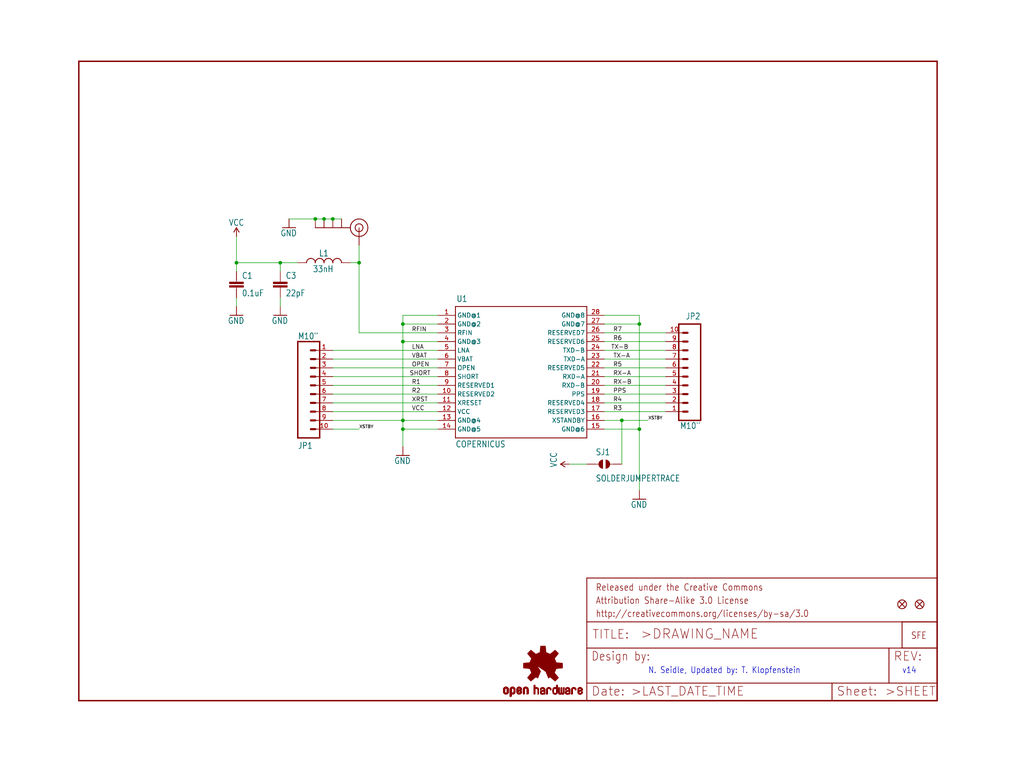
<source format=kicad_sch>
(kicad_sch (version 20211123) (generator eeschema)
  (paper "User" 297.002 223.926)
  (lib_symbols
    (symbol "eagleSchem-eagle-import:CAP0603-CAP"
      (property "Reference" "C" (at 1.524 2.921 0))
      (property "Value" "CAP0603-CAP" (at 1.524 -2.159 0))
      (symbol "CAP0603-CAP_1_0"
        (pin passive line (at 0 5.08 270) (length 2.54) (name "1") (number "1"))
        (pin passive line (at 0 -2.54 90) (length 2.54) (name "2") (number "2"))
      )
    )
    (symbol "eagleSchem-eagle-import:COPERNICUSSMD"
      (property "Reference" "IC" (at 12.7 -43.18 0))
      (property "Value" "COPERNICUSSMD" (at 12.7 2.54 0))
      (symbol "COPERNICUSSMD_1_0"
        (pin bidirectional line (at -5.08 -2.54 0) (length 5.08) (name "GND@1") (number "1"))
        (pin bidirectional line (at -5.08 -25.4 0) (length 5.08) (name "RESERVED2") (number "10"))
        (pin bidirectional line (at -5.08 -27.94 0) (length 5.08) (name "XRESET") (number "11"))
        (pin bidirectional line (at -5.08 -30.48 0) (length 5.08) (name "VCC") (number "12"))
        (pin bidirectional line (at -5.08 -33.02 0) (length 5.08) (name "GND@4") (number "13"))
        (pin bidirectional line (at -5.08 -35.56 0) (length 5.08) (name "GND@5") (number "14"))
        (pin bidirectional line (at 43.18 -35.56 180) (length 5.08) (name "GND@6") (number "15"))
        (pin bidirectional line (at 43.18 -33.02 180) (length 5.08) (name "XSTANDBY") (number "16"))
        (pin bidirectional line (at 43.18 -30.48 180) (length 5.08) (name "RESERVED3") (number "17"))
        (pin bidirectional line (at 43.18 -27.94 180) (length 5.08) (name "RESERVED4") (number "18"))
        (pin bidirectional line (at 43.18 -25.4 180) (length 5.08) (name "PPS") (number "19"))
        (pin bidirectional line (at -5.08 -5.08 0) (length 5.08) (name "GND@2") (number "2"))
        (pin bidirectional line (at 43.18 -22.86 180) (length 5.08) (name "RXD-B") (number "20"))
        (pin bidirectional line (at 43.18 -20.32 180) (length 5.08) (name "RXD-A") (number "21"))
        (pin bidirectional line (at 43.18 -17.78 180) (length 5.08) (name "RESERVED5") (number "22"))
        (pin bidirectional line (at 43.18 -15.24 180) (length 5.08) (name "TXD-A") (number "23"))
        (pin bidirectional line (at 43.18 -12.7 180) (length 5.08) (name "TXD-B") (number "24"))
        (pin bidirectional line (at 43.18 -10.16 180) (length 5.08) (name "RESERVED6") (number "25"))
        (pin bidirectional line (at 43.18 -7.62 180) (length 5.08) (name "RESERVED7") (number "26"))
        (pin bidirectional line (at 43.18 -5.08 180) (length 5.08) (name "GND@7") (number "27"))
        (pin bidirectional line (at 43.18 -2.54 180) (length 5.08) (name "GND@8") (number "28"))
        (pin bidirectional line (at -5.08 -7.62 0) (length 5.08) (name "RFIN") (number "3"))
        (pin bidirectional line (at -5.08 -10.16 0) (length 5.08) (name "GND@3") (number "4"))
        (pin bidirectional line (at -5.08 -12.7 0) (length 5.08) (name "LNA") (number "5"))
        (pin bidirectional line (at -5.08 -15.24 0) (length 5.08) (name "VBAT") (number "6"))
        (pin bidirectional line (at -5.08 -17.78 0) (length 5.08) (name "OPEN") (number "7"))
        (pin bidirectional line (at -5.08 -20.32 0) (length 5.08) (name "SHORT") (number "8"))
        (pin bidirectional line (at -5.08 -22.86 0) (length 5.08) (name "RESERVED1") (number "9"))
      )
    )
    (symbol "eagleSchem-eagle-import:FIDUCIAL1X2")
    (symbol "eagleSchem-eagle-import:FRAME-LETTER"
      (symbol "FRAME-LETTER_2_0"
        (text ">DRAWING_NAME" (at 15.494 17.78 0) (effects (font (size 2.7432 2.7432)) (justify left bottom)))
        (text ">LAST_DATE_TIME" (at 12.7 1.27 0) (effects (font (size 2.54 2.54)) (justify left bottom)))
        (text ">SHEET" (at 86.36 1.27 0) (effects (font (size 2.54 2.54)) (justify left bottom)))
        (text "Attribution Share-Alike 3.0 License" (at 2.54 27.94 0) (effects (font (size 1.9304 1.6408)) (justify left bottom)))
        (text "Date:" (at 1.27 1.27 0) (effects (font (size 2.54 2.54)) (justify left bottom)))
        (text "Design by:" (at 1.27 11.43 0) (effects (font (size 2.54 2.159)) (justify left bottom)))
        (text "http://creativecommons.org/licenses/by-sa/3.0" (at 2.54 24.13 0) (effects (font (size 1.9304 1.6408)) (justify left bottom)))
        (text "Released under the Creative Commons" (at 2.54 31.75 0) (effects (font (size 1.9304 1.6408)) (justify left bottom)))
        (text "REV:" (at 88.9 11.43 0) (effects (font (size 2.54 2.54)) (justify left bottom)))
        (text "Sheet:" (at 72.39 1.27 0) (effects (font (size 2.54 2.54)) (justify left bottom)))
        (text "TITLE:" (at 1.524 17.78 0) (effects (font (size 2.54 2.54)) (justify left bottom)))
      )
    )
    (symbol "eagleSchem-eagle-import:GND" (power)
      (property "Value" "GND" (at -2.54 -2.54 0))
      (symbol "GND_1_0"
        (pin power_in line (at 0 2.54 270) (length 2.54) (name "GND") (number "1"))
      )
    )
    (symbol "eagleSchem-eagle-import:INDUCTOR0603"
      (property "Reference" "L" (at 2.54 5.08 0))
      (property "Value" "INDUCTOR0603" (at 2.54 -5.08 0))
      (symbol "INDUCTOR0603_1_0"
        (pin passive line (at 0 7.62 270) (length 2.54) (name "1") (number "1"))
        (pin passive line (at 0 -7.62 90) (length 2.54) (name "2") (number "2"))
      )
    )
    (symbol "eagleSchem-eagle-import:LOGO-SFESK"
      (symbol "LOGO-SFESK_1_0"
        (text "SFE" (at 0 0 0) (effects (font (size 1.9304 1.6408)) (justify left bottom)))
      )
    )
    (symbol "eagleSchem-eagle-import:M10{dblquote}"
      (property "Reference" "JP" (at 0 8.89 0))
      (property "Value" "M10{dblquote}" (at 0 -22.86 0))
      (symbol "M10{dblquote}_1_0"
        (pin passive line (at 10.16 -17.78 180) (length 5.08) (name "1") (number "1"))
        (pin passive line (at 10.16 5.08 180) (length 5.08) (name "10") (number "10"))
        (pin passive line (at 10.16 -15.24 180) (length 5.08) (name "2") (number "2"))
        (pin passive line (at 10.16 -12.7 180) (length 5.08) (name "3") (number "3"))
        (pin passive line (at 10.16 -10.16 180) (length 5.08) (name "4") (number "4"))
        (pin passive line (at 10.16 -7.62 180) (length 5.08) (name "5") (number "5"))
        (pin passive line (at 10.16 -5.08 180) (length 5.08) (name "6") (number "6"))
        (pin passive line (at 10.16 -2.54 180) (length 5.08) (name "7") (number "7"))
        (pin passive line (at 10.16 0 180) (length 5.08) (name "8") (number "8"))
        (pin passive line (at 10.16 2.54 180) (length 5.08) (name "9") (number "9"))
      )
    )
    (symbol "eagleSchem-eagle-import:OSHW-LOGOS")
    (symbol "eagleSchem-eagle-import:SMA_EDGE"
      (symbol "SMA_EDGE_1_0"
        (pin bidirectional line (at -2.54 -5.08 0) (length 2.54) (name "GND@0") (number "GND@0"))
        (pin bidirectional line (at -2.54 -7.62 0) (length 2.54) (name "GND@1") (number "GND@1"))
        (pin bidirectional line (at -2.54 -10.16 0) (length 2.54) (name "GND@2") (number "GND@2"))
        (pin bidirectional line (at -2.54 -12.7 0) (length 2.54) (name "GND@3") (number "GND@3"))
        (pin bidirectional line (at 5.08 0 180) (length 5.08) (name "SIGNAL") (number "SIG"))
      )
    )
    (symbol "eagleSchem-eagle-import:SOLDERJUMPERTRACE"
      (property "Reference" "SJ" (at -2.54 2.54 0))
      (property "Value" "SOLDERJUMPERTRACE" (at -2.54 -5.08 0))
      (symbol "SOLDERJUMPERTRACE_1_0"
        (pin passive line (at -5.08 0 0) (length 2.54) (name "1") (number "1"))
        (pin passive line (at 5.08 0 180) (length 2.54) (name "2") (number "2"))
      )
    )
    (symbol "eagleSchem-eagle-import:VCC" (power)
      (property "Value" "VCC" (at -1.016 3.556 0))
      (symbol "VCC_1_0"
        (pin power_in line (at 0 0 90) (length 2.54) (name "VCC") (number "1"))
      )
    )
  )
  (junction (at 180.34 121.92))
  (junction (at 104.14 76.2))
  (junction (at 116.84 121.92))
  (junction (at 81.28 76.2))
  (junction (at 116.84 93.98))
  (junction (at 93.98 63.5))
  (junction (at 68.58 76.2))
  (junction (at 91.44 63.5))
  (junction (at 116.84 99.06))
  (junction (at 96.52 63.5))
  (junction (at 185.42 93.98))
  (junction (at 116.84 124.46))
  (junction (at 185.42 124.46))
  (wire (pts (xy 193.04 109.22) (xy 175.26 109.22)))
  (wire (pts (xy 127 96.52) (xy 104.14 96.52)))
  (wire (pts (xy 68.58 76.2) (xy 68.58 68.58)))
  (wire (pts (xy 187.96 121.92) (xy 180.34 121.92)))
  (wire (pts (xy 127 109.22) (xy 96.52 109.22)))
  (wire (pts (xy 81.28 78.74) (xy 81.28 76.2)))
  (wire (pts (xy 116.84 124.46) (xy 127 124.46)))
  (wire (pts (xy 127 116.84) (xy 96.52 116.84)))
  (wire (pts (xy 68.58 88.9) (xy 68.58 86.36)))
  (wire (pts (xy 127 119.38) (xy 96.52 119.38)))
  (wire (pts (xy 116.84 121.92) (xy 116.84 124.46)))
  (wire (pts (xy 127 104.14) (xy 96.52 104.14)))
  (wire (pts (xy 165.1 134.62) (xy 170.18 134.62)))
  (wire (pts (xy 104.14 76.2) (xy 104.14 71.12)))
  (wire (pts (xy 180.34 121.92) (xy 175.26 121.92)))
  (wire (pts (xy 81.28 76.2) (xy 68.58 76.2)))
  (wire (pts (xy 193.04 114.3) (xy 175.26 114.3)))
  (wire (pts (xy 180.34 121.92) (xy 180.34 134.62)))
  (wire (pts (xy 127 101.6) (xy 96.52 101.6)))
  (wire (pts (xy 127 106.68) (xy 96.52 106.68)))
  (wire (pts (xy 116.84 121.92) (xy 96.52 121.92)))
  (wire (pts (xy 127 93.98) (xy 116.84 93.98)))
  (wire (pts (xy 93.98 63.5) (xy 91.44 63.5)))
  (wire (pts (xy 96.52 63.5) (xy 93.98 63.5)))
  (wire (pts (xy 185.42 93.98) (xy 175.26 93.98)))
  (wire (pts (xy 127 114.3) (xy 96.52 114.3)))
  (wire (pts (xy 81.28 88.9) (xy 81.28 86.36)))
  (wire (pts (xy 99.06 63.5) (xy 96.52 63.5)))
  (wire (pts (xy 116.84 124.46) (xy 116.84 129.54)))
  (wire (pts (xy 185.42 93.98) (xy 185.42 124.46)))
  (wire (pts (xy 193.04 116.84) (xy 175.26 116.84)))
  (wire (pts (xy 96.52 124.46) (xy 104.14 124.46)))
  (wire (pts (xy 116.84 99.06) (xy 116.84 121.92)))
  (wire (pts (xy 185.42 91.44) (xy 185.42 93.98)))
  (wire (pts (xy 193.04 119.38) (xy 175.26 119.38)))
  (wire (pts (xy 91.44 63.5) (xy 83.82 63.5)))
  (wire (pts (xy 185.42 124.46) (xy 175.26 124.46)))
  (wire (pts (xy 101.6 76.2) (xy 104.14 76.2)))
  (wire (pts (xy 68.58 78.74) (xy 68.58 76.2)))
  (wire (pts (xy 116.84 99.06) (xy 127 99.06)))
  (wire (pts (xy 127 111.76) (xy 96.52 111.76)))
  (wire (pts (xy 193.04 96.52) (xy 175.26 96.52)))
  (wire (pts (xy 193.04 104.14) (xy 175.26 104.14)))
  (wire (pts (xy 193.04 99.06) (xy 175.26 99.06)))
  (wire (pts (xy 185.42 91.44) (xy 175.26 91.44)))
  (wire (pts (xy 193.04 106.68) (xy 175.26 106.68)))
  (wire (pts (xy 116.84 93.98) (xy 116.84 99.06)))
  (wire (pts (xy 193.04 101.6) (xy 175.26 101.6)))
  (wire (pts (xy 127 121.92) (xy 116.84 121.92)))
  (wire (pts (xy 193.04 111.76) (xy 175.26 111.76)))
  (wire (pts (xy 86.36 76.2) (xy 81.28 76.2)))
  (wire (pts (xy 185.42 124.46) (xy 185.42 142.24)))
  (wire (pts (xy 104.14 96.52) (xy 104.14 76.2)))
  (wire (pts (xy 116.84 91.44) (xy 116.84 93.98)))
  (wire (pts (xy 116.84 91.44) (xy 127 91.44)))
  (text "v14" (at 261.62 195.58 180) (effects (font (size 1.778 1.5113)) (justify left bottom)))
  (text "N. Seidle, Updated by: T. Klopfenstein" (at 187.96 195.58 180) (effects (font (size 1.778 1.5113)) (justify left bottom)))
  (label "OPEN" (at 119.38 106.68 0) (effects (font (size 1.2446 1.2446))))
  (label "TX-B" (at 177.165 101.6 0) (effects (font (size 1.2446 1.2446))))
  (label "R4" (at 177.8 116.84 0) (effects (font (size 1.2446 1.2446))))
  (label "VBAT" (at 119.38 104.14 0) (effects (font (size 1.2446 1.2446))))
  (label "RFIN" (at 119.38 96.52 0) (effects (font (size 1.2446 1.2446))))
  (label "SHORT" (at 118.745 109.22 0) (effects (font (size 1.2446 1.2446))))
  (label "R6" (at 177.8 99.06 0) (effects (font (size 1.2446 1.2446))))
  (label "RX-A" (at 177.8 109.22 0) (effects (font (size 1.2446 1.2446))))
  (label "R3" (at 177.8 119.38 0) (effects (font (size 1.2446 1.2446))))
  (label "R5" (at 177.8 106.68 0) (effects (font (size 1.2446 1.2446))))
  (label "R1" (at 119.38 111.76 0) (effects (font (size 1.2446 1.2446))))
  (label "LNA" (at 119.38 101.6 0) (effects (font (size 1.2446 1.2446))))
  (label "RX-B" (at 177.8 111.76 0) (effects (font (size 1.2446 1.2446))))
  (label "XRST" (at 119.38 116.84 0) (effects (font (size 1.2446 1.2446))))
  (label "R2" (at 119.38 114.3 0) (effects (font (size 1.2446 1.2446))))
  (label "XSTBY" (at 104.14 124.46 0) (effects (font (size 0.889 0.889))))
  (label "XSTBY" (at 187.96 121.92 0) (effects (font (size 0.889 0.889))))
  (label "R7" (at 177.8 96.52 0) (effects (font (size 1.2446 1.2446))))
  (label "PPS" (at 177.8 114.3 0) (effects (font (size 1.2446 1.2446))))
  (label "TX-A" (at 177.8 104.14 0) (effects (font (size 1.2446 1.2446))))
  (label "VCC" (at 119.38 119.38 0) (effects (font (size 1.2446 1.2446))))
  (symbol (lib_id "eagleSchem-eagle-import:GND") (at 83.82 66.04 0) (unit 1)
    (property "Reference" "#GND11" (effects hide))
    (property "Value" "GND" (at 81.28 68.58 0) (effects (font (size 1.778 1.5113)) (justify left bottom)))
    (property "Footprint" "eagleSchem:" (effects hide))
  )
  (symbol (lib_id "eagleSchem-eagle-import:VCC") (at 68.58 68.58 0) (unit 1)
    (property "Reference" "#3.3V1" (effects hide))
    (property "Value" "VCC" (at 66.294 65.532 0) (effects (font (size 1.778 1.5113)) (justify left bottom)))
    (property "Footprint" "eagleSchem:" (effects hide))
  )
  (symbol (lib_id "eagleSchem-eagle-import:FIDUCIAL1X2") (at 261.62 175.26 0) (unit 1)
    (property "Reference" "U$3" (effects hide))
    (property "Value" "FIDUCIAL1X2" (effects hide))
    (property "Footprint" "eagleSchem:FIDUCIAL-1X2" (effects hide))
  )
  (symbol (lib_id "eagleSchem-eagle-import:VCC") (at 165.1 134.62 90) (unit 1)
    (property "Reference" "#P+1" (effects hide))
    (property "Value" "VCC" (at 161.544 135.636 0) (effects (font (size 1.778 1.5113)) (justify left bottom)))
    (property "Footprint" "eagleSchem:" (effects hide))
  )
  (symbol (lib_id "eagleSchem-eagle-import:GND") (at 81.28 91.44 0) (unit 1)
    (property "Reference" "#GND10" (effects hide))
    (property "Value" "GND" (at 78.74 93.98 0) (effects (font (size 1.778 1.5113)) (justify left bottom)))
    (property "Footprint" "eagleSchem:" (effects hide))
  )
  (symbol (lib_id "eagleSchem-eagle-import:FRAME-LETTER") (at 22.86 203.2 0) (unit 1)
    (property "Reference" "FRAME1" (effects hide))
    (property "Value" "FRAME-LETTER" (effects hide))
    (property "Footprint" "eagleSchem:CREATIVE_COMMONS" (effects hide))
  )
  (symbol (lib_id "eagleSchem-eagle-import:CAP0603-CAP") (at 81.28 83.82 0) (unit 1)
    (property "Reference" "C3" (at 82.804 80.899 0) (effects (font (size 1.778 1.5113)) (justify left bottom)))
    (property "Value" "22pF" (at 82.804 85.979 0) (effects (font (size 1.778 1.5113)) (justify left bottom)))
    (property "Footprint" "eagleSchem:0603-CAP" (effects hide))
  )
  (symbol (lib_id "eagleSchem-eagle-import:OSHW-LOGOS") (at 157.48 193.04 0) (unit 1)
    (property "Reference" "U$1" (effects hide))
    (property "Value" "OSHW-LOGOS" (effects hide))
    (property "Footprint" "eagleSchem:OSHW-LOGO-S" (effects hide))
  )
  (symbol (lib_id "eagleSchem-eagle-import:SMA_EDGE") (at 104.14 66.04 270) (unit 1)
    (property "Reference" "JP3" (effects hide))
    (property "Value" "SMA_EDGE" (effects hide))
    (property "Footprint" "eagleSchem:SMA_EDGE" (effects hide))
  )
  (symbol (lib_id "eagleSchem-eagle-import:CAP0603-CAP") (at 68.58 83.82 0) (unit 1)
    (property "Reference" "C1" (at 70.104 80.899 0) (effects (font (size 1.778 1.5113)) (justify left bottom)))
    (property "Value" "0.1uF" (at 70.104 85.979 0) (effects (font (size 1.778 1.5113)) (justify left bottom)))
    (property "Footprint" "eagleSchem:0603-CAP" (effects hide))
  )
  (symbol (lib_id "eagleSchem-eagle-import:FIDUCIAL1X2") (at 266.7 175.26 0) (unit 1)
    (property "Reference" "U$2" (effects hide))
    (property "Value" "FIDUCIAL1X2" (effects hide))
    (property "Footprint" "eagleSchem:FIDUCIAL-1X2" (effects hide))
  )
  (symbol (lib_id "eagleSchem-eagle-import:SOLDERJUMPERTRACE") (at 175.26 134.62 0) (unit 1)
    (property "Reference" "SJ1" (at 172.72 132.08 0) (effects (font (size 1.778 1.5113)) (justify left bottom)))
    (property "Value" "SOLDERJUMPERTRACE" (at 172.72 139.7 0) (effects (font (size 1.778 1.5113)) (justify left bottom)))
    (property "Footprint" "eagleSchem:SJ_2S-TRACE" (effects hide))
  )
  (symbol (lib_id "eagleSchem-eagle-import:M10{dblquote}") (at 203.2 101.6 0) (mirror y) (unit 1)
    (property "Reference" "JP2" (at 203.2 92.71 0) (effects (font (size 1.778 1.5113)) (justify left bottom)))
    (property "Value" "M10{dblquote}" (at 203.2 124.46 0) (effects (font (size 1.778 1.5113)) (justify left bottom)))
    (property "Footprint" "eagleSchem:1X10" (effects hide))
  )
  (symbol (lib_id "eagleSchem-eagle-import:GND") (at 116.84 132.08 0) (unit 1)
    (property "Reference" "#GND2" (effects hide))
    (property "Value" "GND" (at 114.3 134.62 0) (effects (font (size 1.778 1.5113)) (justify left bottom)))
    (property "Footprint" "eagleSchem:" (effects hide))
  )
  (symbol (lib_id "eagleSchem-eagle-import:LOGO-SFESK") (at 264.16 185.42 0) (unit 1)
    (property "Reference" "JP4" (effects hide))
    (property "Value" "LOGO-SFESK" (effects hide))
    (property "Footprint" "eagleSchem:SFE-LOGO-FLAME" (effects hide))
  )
  (symbol (lib_id "eagleSchem-eagle-import:INDUCTOR0603") (at 93.98 76.2 90) (unit 1)
    (property "Reference" "L1" (at 92.456 74.422 90) (effects (font (size 1.778 1.5113)) (justify right top)))
    (property "Value" "33nH" (at 90.678 78.994 90) (effects (font (size 1.778 1.5113)) (justify right top)))
    (property "Footprint" "eagleSchem:0603" (effects hide))
  )
  (symbol (lib_id "eagleSchem-eagle-import:COPERNICUSSMD") (at 132.08 88.9 0) (unit 1)
    (property "Reference" "U1" (at 132.334 87.63 0) (effects (font (size 1.778 1.5113)) (justify left bottom)))
    (property "Value" "COPERNICUS" (at 132.08 129.794 0) (effects (font (size 1.778 1.5113)) (justify left bottom)))
    (property "Footprint" "eagleSchem:COPERNICUS" (effects hide))
  )
  (symbol (lib_id "eagleSchem-eagle-import:GND") (at 68.58 91.44 0) (unit 1)
    (property "Reference" "#GND9" (effects hide))
    (property "Value" "GND" (at 66.04 93.98 0) (effects (font (size 1.778 1.5113)) (justify left bottom)))
    (property "Footprint" "eagleSchem:" (effects hide))
  )
  (symbol (lib_id "eagleSchem-eagle-import:M10{dblquote}") (at 86.36 119.38 0) (mirror x) (unit 1)
    (property "Reference" "JP1" (at 86.36 128.27 0) (effects (font (size 1.778 1.5113)) (justify left bottom)))
    (property "Value" "M10{dblquote}" (at 86.36 96.52 0) (effects (font (size 1.778 1.5113)) (justify left bottom)))
    (property "Footprint" "eagleSchem:1X10" (effects hide))
  )
  (symbol (lib_id "eagleSchem-eagle-import:GND") (at 185.42 144.78 0) (unit 1)
    (property "Reference" "#GND1" (effects hide))
    (property "Value" "GND" (at 182.88 147.32 0) (effects (font (size 1.778 1.5113)) (justify left bottom)))
    (property "Footprint" "eagleSchem:" (effects hide))
  )
  (symbol (lib_id "eagleSchem-eagle-import:FRAME-LETTER") (at 170.18 203.2 0) (unit 2)
    (property "Reference" "FRAME1" (effects hide))
    (property "Value" "FRAME-LETTER" (effects hide))
    (property "Footprint" "eagleSchem:CREATIVE_COMMONS" (effects hide))
  )
)
</source>
